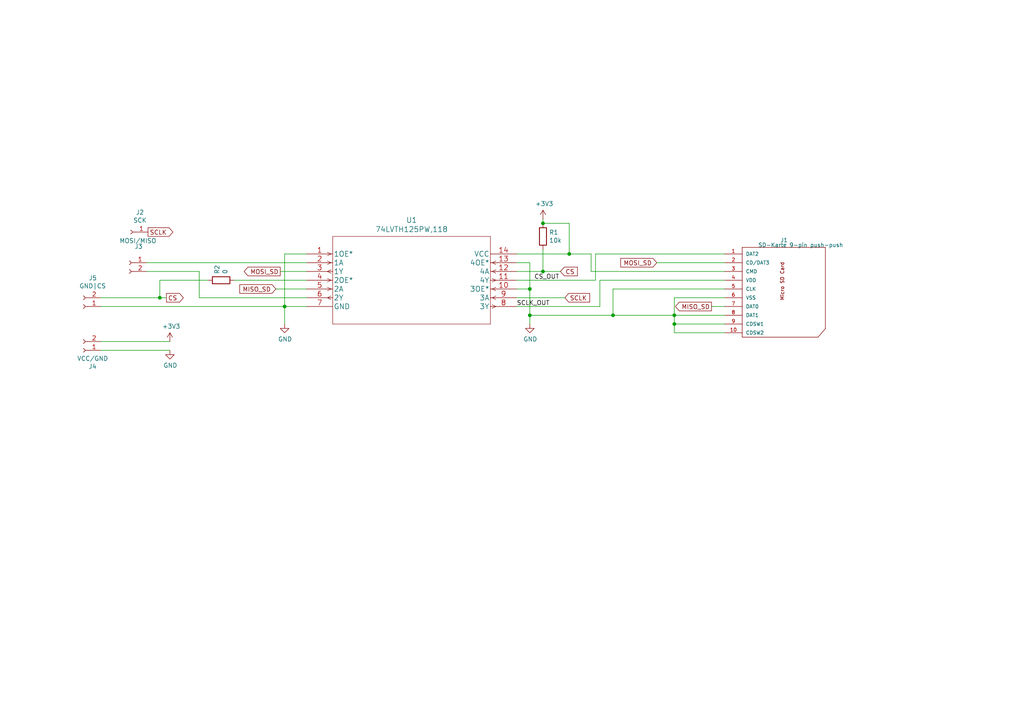
<source format=kicad_sch>
(kicad_sch (version 20211123) (generator eeschema)
  (paper "A4")
  (lib_symbols
    (symbol "Connector:Conn_01x01_Female" (pin_names (offset 1.016) hide)
      (property "Reference" "J" (at 0 2.54 0))
      (property "Value" "Conn_01x01_Female" (at 0 -2.54 0))
      (symbol "Conn_01x01_Female_1_1"
        (polyline (pts (xy -1.27 0) (xy -0.508 0)) (stroke (width 0.1524)))
        (arc (start 0 0.508) (mid -0.508 0) (end 0 -0.508) (stroke (width 0.1524)))
        (pin passive line (at -5.08 0 0) (length 3.81) (name "Pin_1") (number "1"))
      )
    )
    (symbol "Connector:Conn_01x02_Female" (pin_names (offset 1.016) hide)
      (property "Reference" "J" (at 0 2.54 0))
      (property "Value" "Conn_01x02_Female" (at 0 -5.08 0))
      (symbol "Conn_01x02_Female_1_1"
        (arc (start 0 -2.032) (mid -0.508 -2.54) (end 0 -3.048) (stroke (width 0.1524)))
        (polyline (pts (xy -1.27 -2.54) (xy -0.508 -2.54)) (stroke (width 0.1524)))
        (polyline (pts (xy -1.27 0) (xy -0.508 0)) (stroke (width 0.1524)))
        (arc (start 0 0.508) (mid -0.508 0) (end 0 -0.508) (stroke (width 0.1524)))
        (pin passive line (at -5.08 0 0) (length 3.81) (name "Pin_1") (number "1"))
        (pin passive line (at -5.08 -2.54 0) (length 3.81) (name "Pin_2") (number "2"))
      )
    )
    (symbol "Device:R" (pin_numbers hide) (pin_names (offset 0))
      (property "Reference" "R" (at 2.032 0 90))
      (property "Value" "R" (at 0 0 90))
      (symbol "R_0_1"
        (rectangle (start -1.016 -2.54) (end 1.016 2.54) (stroke (width 0.254)))
      )
      (symbol "R_1_1"
        (pin passive line (at 0 3.81 270) (length 1.27) (name "~") (number "1"))
        (pin passive line (at 0 -3.81 90) (length 1.27) (name "~") (number "2"))
      )
    )
    (symbol "NXP_74LVC125APW:74LVC125APW" (pin_names (offset 0.254))
      (property "Reference" "U" (at 30.48 10.16 0))
      (property "Value" "74LVC125APW" (at 30.48 7.62 0))
      (symbol "74LVC125APW_1_1"
        (polyline (pts (xy 7.112 -13.208) (xy 6.0452 -12.7)) (stroke (width 0.127)))
        (polyline (pts (xy 7.112 -12.192) (xy 6.0452 -12.7)) (stroke (width 0.127)))
        (polyline (pts (xy 7.112 -10.16) (xy 6.0452 -10.668)) (stroke (width 0.127)))
        (polyline (pts (xy 7.112 -10.16) (xy 6.0452 -9.652)) (stroke (width 0.127)))
        (polyline (pts (xy 7.112 -7.62) (xy 6.0452 -8.128)) (stroke (width 0.127)))
        (polyline (pts (xy 7.112 -7.62) (xy 6.0452 -7.112)) (stroke (width 0.127)))
        (polyline (pts (xy 7.112 -5.588) (xy 6.0452 -5.08)) (stroke (width 0.127)))
        (polyline (pts (xy 7.112 -4.572) (xy 6.0452 -5.08)) (stroke (width 0.127)))
        (polyline (pts (xy 7.112 -2.54) (xy 6.0452 -3.048)) (stroke (width 0.127)))
        (polyline (pts (xy 7.112 -2.54) (xy 6.0452 -2.032)) (stroke (width 0.127)))
        (polyline (pts (xy 7.112 0) (xy 6.0452 -0.508)) (stroke (width 0.127)))
        (polyline (pts (xy 7.112 0) (xy 6.0452 0.508)) (stroke (width 0.127)))
        (polyline (pts (xy 7.62 -20.32) (xy 53.34 -20.32)) (stroke (width 0.127)))
        (polyline (pts (xy 7.62 5.08) (xy 7.62 -20.32)) (stroke (width 0.127)))
        (polyline (pts (xy 53.34 -20.32) (xy 53.34 5.08)) (stroke (width 0.127)))
        (polyline (pts (xy 53.34 5.08) (xy 7.62 5.08)) (stroke (width 0.127)))
        (polyline (pts (xy 53.848 -15.748) (xy 54.9148 -15.24)) (stroke (width 0.127)))
        (polyline (pts (xy 53.848 -14.732) (xy 54.9148 -15.24)) (stroke (width 0.127)))
        (polyline (pts (xy 53.848 -12.7) (xy 54.9148 -13.208)) (stroke (width 0.127)))
        (polyline (pts (xy 53.848 -12.7) (xy 54.9148 -12.192)) (stroke (width 0.127)))
        (polyline (pts (xy 53.848 -10.16) (xy 54.9148 -10.668)) (stroke (width 0.127)))
        (polyline (pts (xy 53.848 -10.16) (xy 54.9148 -9.652)) (stroke (width 0.127)))
        (polyline (pts (xy 53.848 -8.128) (xy 54.9148 -7.62)) (stroke (width 0.127)))
        (polyline (pts (xy 53.848 -7.112) (xy 54.9148 -7.62)) (stroke (width 0.127)))
        (polyline (pts (xy 53.848 -5.08) (xy 54.9148 -5.588)) (stroke (width 0.127)))
        (polyline (pts (xy 53.848 -5.08) (xy 54.9148 -4.572)) (stroke (width 0.127)))
        (polyline (pts (xy 53.848 -2.54) (xy 54.9148 -3.048)) (stroke (width 0.127)))
        (polyline (pts (xy 53.848 -2.54) (xy 54.9148 -2.032)) (stroke (width 0.127)))
        (pin input line (at 0 0 0) (length 7.62) (name "1OE*") (number "1"))
        (pin input line (at 60.96 -10.16 180) (length 7.62) (name "3OE*") (number "10"))
        (pin output line (at 60.96 -7.62 180) (length 7.62) (name "4Y") (number "11"))
        (pin input line (at 60.96 -5.08 180) (length 7.62) (name "4A") (number "12"))
        (pin input line (at 60.96 -2.54 180) (length 7.62) (name "4OE*") (number "13"))
        (pin power_in line (at 60.96 0 180) (length 7.62) (name "VCC") (number "14"))
        (pin input line (at 0 -2.54 0) (length 7.62) (name "1A") (number "2"))
        (pin output line (at 0 -5.08 0) (length 7.62) (name "1Y") (number "3"))
        (pin input line (at 0 -7.62 0) (length 7.62) (name "2OE*") (number "4"))
        (pin input line (at 0 -10.16 0) (length 7.62) (name "2A") (number "5"))
        (pin output line (at 0 -12.7 0) (length 7.62) (name "2Y") (number "6"))
        (pin power_in line (at 0 -15.24 0) (length 7.62) (name "GND") (number "7"))
        (pin output line (at 60.96 -15.24 180) (length 7.62) (name "3Y") (number "8"))
        (pin input line (at 60.96 -12.7 180) (length 7.62) (name "3A") (number "9"))
      )
    )
    (symbol "SDshield-rescue:EAGLE_WR-CRD_SHINY_REV21A__693071010811-SD-Karten" (pin_names (offset 1.016))
      (property "Reference" "J1" (at -0.3556 15.9512 0))
      (property "Value" "SD-Karte 9-pin push-push" (at -6.8072 14.5288 0))
      (symbol "EAGLE_WR-CRD_SHINY_REV21A__693071010811-SD-Karten_0_1"
        (polyline (pts (xy -11.43 13.843) (xy 12.7 13.843)))
        (polyline (pts (xy 1.6764 -12.192) (xy 10.5664 -12.192) (xy 10.5664 -12.192)))
      )
      (symbol "EAGLE_WR-CRD_SHINY_REV21A__693071010811-SD-Karten_1_0"
        (polyline (pts (xy -11.43 -12.192) (xy 1.6764 -12.192)))
        (polyline (pts (xy -11.43 13.843) (xy -11.43 -12.192)))
        (polyline (pts (xy 12.7 -9.7028) (xy 10.5664 -12.192)))
        (polyline (pts (xy 12.7 -9.7028) (xy 12.7 13.843)))
        (text "Micro SD Card " (at 0.2032 4.4704 900) (effects (font (size 1.016 1.016))))
      )
      (symbol "EAGLE_WR-CRD_SHINY_REV21A__693071010811-SD-Karten_1_1"
        (pin bidirectional line (at -16.51 11.938 0) (length 5.08) (name "DAT2") (number "1"))
        (pin bidirectional line (at -16.51 -10.922 0) (length 5.08) (name "CDSW2") (number "10"))
        (pin bidirectional line (at -16.51 -10.922 0) (length 5.08) hide (name "CDSW2") (number "10-1"))
        (pin bidirectional line (at -16.51 9.398 0) (length 5.08) (name "CD/DAT3") (number "2"))
        (pin bidirectional line (at -16.51 6.858 0) (length 5.08) (name "CMD") (number "3"))
        (pin bidirectional line (at -16.51 4.318 0) (length 5.08) (name "VDD") (number "4"))
        (pin bidirectional line (at -16.51 1.778 0) (length 5.08) (name "CLK") (number "5"))
        (pin bidirectional line (at -16.51 -0.762 0) (length 5.08) (name "VSS") (number "6"))
        (pin bidirectional line (at -16.51 -3.302 0) (length 5.08) (name "DAT0") (number "7"))
        (pin bidirectional line (at -16.51 -5.842 0) (length 5.08) (name "DAT1") (number "8"))
        (pin bidirectional line (at -16.51 -8.382 0) (length 5.08) (name "CDSW1") (number "9"))
        (pin bidirectional line (at -16.51 -8.382 0) (length 5.08) hide (name "CDSW1") (number "9-1"))
      )
    )
    (symbol "power:+3.3V" (power) (pin_names (offset 0))
      (property "Value" "+3.3V" (at 0 3.556 0))
      (symbol "+3.3V_0_1"
        (polyline (pts (xy -0.762 1.27) (xy 0 2.54)))
        (polyline (pts (xy 0 0) (xy 0 2.54)))
        (polyline (pts (xy 0 2.54) (xy 0.762 1.27)))
      )
      (symbol "+3.3V_1_1"
        (pin power_in line (at 0 0 90) (length 0) hide (name "+3V3") (number "1"))
      )
    )
    (symbol "power:GND" (power) (pin_names (offset 0))
      (property "Value" "GND" (at 0 -3.81 0))
      (symbol "GND_0_1"
        (polyline (pts (xy 0 0) (xy 0 -1.27) (xy 1.27 -1.27) (xy 0 -2.54) (xy -1.27 -1.27) (xy 0 -1.27)))
      )
      (symbol "GND_1_1"
        (pin power_in line (at 0 0 270) (length 0) hide (name "GND") (number "1"))
      )
    )
  )
  (junction (at 165.1 73.66))
  (junction (at 195.58 93.98))
  (junction (at 153.67 91.44))
  (junction (at 157.48 78.74))
  (junction (at 195.58 91.44))
  (junction (at 153.67 83.82))
  (junction (at 177.8 91.44))
  (junction (at 82.55 88.9))
  (junction (at 157.48 64.77))
  (junction (at 46.355 86.36))
  (wire (pts (xy 153.67 83.82) (xy 149.86 83.82)))
  (wire (pts (xy 42.545 76.2) (xy 88.9 76.2)))
  (wire (pts (xy 82.55 88.9) (xy 88.9 88.9)))
  (wire (pts (xy 190.5 76.2) (xy 210.185 76.2)))
  (wire (pts (xy 67.945 81.28) (xy 88.9 81.28)))
  (wire (pts (xy 88.9 73.66) (xy 82.55 73.66)))
  (wire (pts (xy 171.45 78.74) (xy 210.185 78.74)))
  (wire (pts (xy 177.8 83.82) (xy 177.8 91.44)))
  (wire (pts (xy 149.86 81.28) (xy 172.72 81.28)))
  (wire (pts (xy 210.185 93.98) (xy 195.58 93.98)))
  (wire (pts (xy 165.1 64.77) (xy 165.1 73.66)))
  (wire (pts (xy 29.21 88.9) (xy 82.55 88.9)))
  (wire (pts (xy 82.55 73.66) (xy 82.55 88.9)))
  (wire (pts (xy 173.99 88.9) (xy 173.99 81.28)))
  (wire (pts (xy 195.58 93.98) (xy 195.58 91.44)))
  (wire (pts (xy 153.67 76.2) (xy 153.67 83.82)))
  (wire (pts (xy 172.72 81.28) (xy 172.72 73.66)))
  (wire (pts (xy 82.55 88.9) (xy 82.55 93.98)))
  (wire (pts (xy 171.45 73.66) (xy 171.45 78.74)))
  (wire (pts (xy 195.58 93.98) (xy 195.58 96.52)))
  (wire (pts (xy 210.185 86.36) (xy 195.58 86.36)))
  (wire (pts (xy 173.99 81.28) (xy 210.185 81.28)))
  (wire (pts (xy 149.86 76.2) (xy 153.67 76.2)))
  (wire (pts (xy 46.355 81.28) (xy 60.325 81.28)))
  (wire (pts (xy 157.48 78.74) (xy 162.56 78.74)))
  (wire (pts (xy 195.58 96.52) (xy 210.185 96.52)))
  (wire (pts (xy 172.72 73.66) (xy 210.185 73.66)))
  (wire (pts (xy 210.185 83.82) (xy 177.8 83.82)))
  (wire (pts (xy 165.1 73.66) (xy 171.45 73.66)))
  (wire (pts (xy 149.86 88.9) (xy 173.99 88.9)))
  (wire (pts (xy 149.86 78.74) (xy 157.48 78.74)))
  (wire (pts (xy 57.785 86.36) (xy 88.9 86.36)))
  (wire (pts (xy 153.67 91.44) (xy 153.67 93.98)))
  (wire (pts (xy 46.355 86.36) (xy 29.21 86.36)))
  (wire (pts (xy 48.26 86.36) (xy 46.355 86.36)))
  (wire (pts (xy 42.545 78.74) (xy 57.785 78.74)))
  (wire (pts (xy 29.21 99.06) (xy 49.276 99.06)))
  (wire (pts (xy 46.355 81.28) (xy 46.355 86.36)))
  (wire (pts (xy 195.58 91.44) (xy 210.185 91.44)))
  (wire (pts (xy 157.48 64.77) (xy 165.1 64.77)))
  (wire (pts (xy 29.21 101.6) (xy 49.276 101.6)))
  (wire (pts (xy 81.28 78.74) (xy 88.9 78.74)))
  (wire (pts (xy 163.83 86.36) (xy 149.86 86.36)))
  (wire (pts (xy 206.375 88.9) (xy 210.185 88.9)))
  (wire (pts (xy 153.67 83.82) (xy 153.67 91.44)))
  (wire (pts (xy 149.86 73.66) (xy 165.1 73.66)))
  (wire (pts (xy 157.48 63.5) (xy 157.48 64.77)))
  (wire (pts (xy 157.48 72.39) (xy 157.48 78.74)))
  (wire (pts (xy 177.8 91.44) (xy 195.58 91.44)))
  (wire (pts (xy 177.8 91.44) (xy 153.67 91.44)))
  (wire (pts (xy 57.785 78.74) (xy 57.785 86.36)))
  (wire (pts (xy 80.01 83.82) (xy 88.9 83.82)))
  (wire (pts (xy 195.58 86.36) (xy 195.58 91.44)))
  (label "SCLK_OUT" (at 149.86 88.9 0))
  (label "CS_OUT" (at 154.94 81.28 0))
  (global_label "SCLK" (shape input) (at 163.83 86.36 0) (property "Intersheet References" "${INTERSHEET_REFS}" (effects hide)))
  (global_label "MOSI_SD" (shape output) (at 81.28 78.74 180) (property "Intersheet References" "${INTERSHEET_REFS}" (effects hide)))
  (global_label "SCLK" (shape output) (at 42.926 67.31 0) (property "Intersheet References" "${INTERSHEET_REFS}" (effects hide)))
  (global_label "CS" (shape input) (at 162.56 78.74 0) (property "Intersheet References" "${INTERSHEET_REFS}" (effects hide)))
  (global_label "MOSI_SD" (shape input) (at 190.5 76.2 180) (property "Intersheet References" "${INTERSHEET_REFS}" (effects hide)))
  (global_label "MISO_SD" (shape output) (at 206.375 88.9 180) (property "Intersheet References" "${INTERSHEET_REFS}" (effects hide)))
  (global_label "CS" (shape output) (at 48.26 86.36 0) (property "Intersheet References" "${INTERSHEET_REFS}" (effects hide)))
  (global_label "MISO_SD" (shape input) (at 80.01 83.82 180) (property "Intersheet References" "${INTERSHEET_REFS}" (effects hide)))
  (symbol (lib_id "SDshield-rescue:EAGLE_WR-CRD_SHINY_REV21A__693071010811-SD-Karten") (at 226.695 85.598 0) (unit 1)
    (property "Reference" "J1" (at 226.3394 69.6468 0) (effects (font (size 1.143 1.143)) (justify left)))
    (property "Value" "SD-Karte 9-pin push-push" (at 219.8878 71.0692 0) (effects (font (size 1.143 1.143)) (justify left)))
    (property "Footprint" "Eagle_WR-CRD (rev21a):693071030811" (effects hide))
    (property "Datasheet" "https://www.we-online.com/catalog/datasheet/693071030811.pdf" (effects hide))
    (property "Digikey SKU" "732-693071030811CT-ND" (effects hide))
  )
  (symbol (lib_id "Connector:Conn_01x01_Female") (at 37.846 67.31 180) (unit 1)
    (property "Reference" "J2" (at 40.5892 61.595 0))
    (property "Value" "SCK" (at 40.5892 63.9064 0))
    (property "Footprint" "Connector_PinHeader_2.54mm:PinHeader_1x01_P2.54mm_Vertical" (effects hide))
  )
  (symbol (lib_id "Connector:Conn_01x02_Female") (at 37.465 76.2 0) (mirror y) (unit 1)
    (property "Reference" "J3" (at 40.2082 71.501 0))
    (property "Value" "MOSI/MISO" (at 40.005 69.85 0))
    (property "Footprint" "Connector_PinHeader_2.54mm:PinHeader_1x02_P2.54mm_Vertical" (effects hide))
  )
  (symbol (lib_id "Connector:Conn_01x02_Female") (at 24.13 101.6 180) (unit 1)
    (property "Reference" "J4" (at 26.8732 106.299 0))
    (property "Value" "VCC/GND" (at 26.8732 103.9876 0))
    (property "Footprint" "Connector_PinHeader_2.54mm:PinHeader_1x02_P2.54mm_Vertical" (effects hide))
  )
  (symbol (lib_id "Connector:Conn_01x02_Female") (at 24.13 88.9 180) (unit 1)
    (property "Reference" "J5" (at 26.924 80.645 0))
    (property "Value" "GND|CS" (at 26.8732 82.9564 0))
    (property "Footprint" "Connector_PinHeader_2.54mm:PinHeader_1x02_P2.54mm_Vertical" (effects hide))
  )
  (symbol (lib_id "NXP_74LVC125APW:74LVC125APW") (at 88.9 73.66 0) (unit 1)
    (property "Reference" "U1" (at 119.38 63.8302 0) (effects (font (size 1.524 1.524))))
    (property "Value" "74LVTH125PW,118" (at 119.38 66.5226 0) (effects (font (size 1.524 1.524))))
    (property "Footprint" "Package_SO:TSSOP-14_4.4x5mm_P0.65mm" (effects hide))
    (property "Datasheet" "https://assets.nexperia.com/documents/data-sheet/74LVT_LVTH125.pdf" (effects hide))
    (property "Digikey SKU" "1727-6707-1-ND" (effects hide))
  )
  (symbol (lib_id "power:+3.3V") (at 49.276 99.06 0) (unit 1)
    (property "Reference" "#PWR0101" (effects hide))
    (property "Value" "+3.3V" (at 49.657 94.6658 0))
  )
  (symbol (lib_id "power:GND") (at 49.276 101.6 0) (unit 1)
    (property "Reference" "#PWR0102" (effects hide))
    (property "Value" "GND" (at 49.403 105.9942 0))
  )
  (symbol (lib_id "power:GND") (at 82.55 93.98 0) (unit 1)
    (property "Reference" "#PWR0103" (effects hide))
    (property "Value" "GND" (at 82.677 98.3742 0))
  )
  (symbol (lib_id "power:GND") (at 153.67 93.98 0) (unit 1)
    (property "Reference" "#PWR0104" (effects hide))
    (property "Value" "GND" (at 153.797 98.3742 0))
  )
  (symbol (lib_id "power:+3.3V") (at 157.48 63.5 0) (unit 1)
    (property "Reference" "#PWR0105" (effects hide))
    (property "Value" "+3.3V" (at 157.861 59.1058 0))
  )
  (symbol (lib_id "Device:R") (at 157.48 68.58 0) (unit 1)
    (property "Reference" "R1" (at 159.258 67.4116 0) (effects (justify left)))
    (property "Value" "10k" (at 159.258 69.723 0) (effects (justify left)))
    (property "Footprint" "Resistor_SMD:R_0603_1608Metric_Pad0.98x0.95mm_HandSolder" (effects hide))
    (property "Datasheet" "https://www.seielect.com/catalog/sei-rncp.pdf" (effects hide))
    (property "Digikey SKU" "RNCP0603FTD10K0CT-ND" (effects hide))
  )
  (symbol (lib_id "Device:R") (at 64.135 81.28 90) (unit 1)
    (property "Reference" "R2" (at 62.9666 79.502 0) (effects (justify left)))
    (property "Value" "0" (at 65.278 79.502 0) (effects (justify left)))
    (property "Footprint" "Resistor_SMD:R_0603_1608Metric_Pad0.98x0.95mm_HandSolder" (effects hide))
    (property "Datasheet" "https://www.seielect.com/catalog/sei-rncp.pdf" (effects hide))
    (property "Digikey SKU" "RNCP0603FTD10K0CT-ND" (effects hide))
  )
)
</source>
